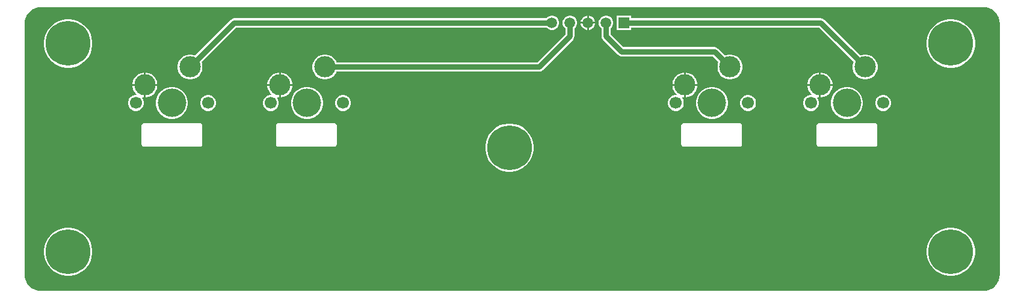
<source format=gtl>
G04*
G04 #@! TF.GenerationSoftware,Altium Limited,Altium Designer,22.3.1 (43)*
G04*
G04 Layer_Physical_Order=1*
G04 Layer_Color=255*
%FSLAX25Y25*%
%MOIN*%
G70*
G04*
G04 #@! TF.SameCoordinates,FA4DBF7D-5AA6-417A-B6B1-0F17FB98994D*
G04*
G04*
G04 #@! TF.FilePolarity,Positive*
G04*
G01*
G75*
%ADD17C,0.03000*%
%ADD18C,0.15748*%
%ADD19C,0.06693*%
%ADD20C,0.11811*%
%ADD21C,0.24803*%
%ADD22R,0.05906X0.05906*%
%ADD23C,0.05906*%
G36*
X664303Y238567D02*
X666038Y238041D01*
X667636Y237187D01*
X669037Y236037D01*
X670187Y234636D01*
X671041Y233038D01*
X671567Y231304D01*
X671738Y229564D01*
X671726Y229500D01*
Y90500D01*
X671738Y90436D01*
X671567Y88696D01*
X671041Y86962D01*
X670187Y85364D01*
X669037Y83963D01*
X667636Y82814D01*
X666038Y81959D01*
X664303Y81433D01*
X662564Y81262D01*
X662500Y81274D01*
X140500D01*
X140436Y81262D01*
X138697Y81433D01*
X136962Y81959D01*
X135364Y82814D01*
X133963Y83963D01*
X132814Y85364D01*
X131959Y86962D01*
X131476Y88555D01*
X131274Y152261D01*
Y229500D01*
X131262Y229564D01*
X131433Y231304D01*
X131959Y233038D01*
X132814Y234636D01*
X133963Y236037D01*
X135364Y237187D01*
X136962Y238041D01*
X138697Y238567D01*
X140436Y238738D01*
X140500Y238725D01*
X662500D01*
X662564Y238738D01*
X664303Y238567D01*
D02*
G37*
%LPC*%
G36*
X444020Y233953D02*
X444000D01*
Y230500D01*
X447453D01*
Y230520D01*
X447183Y231526D01*
X446663Y232427D01*
X445927Y233163D01*
X445026Y233683D01*
X444020Y233953D01*
D02*
G37*
G36*
X443000D02*
X442980D01*
X441974Y233683D01*
X441073Y233163D01*
X440337Y232427D01*
X439817Y231526D01*
X439547Y230520D01*
Y230500D01*
X443000D01*
Y233953D01*
D02*
G37*
G36*
X447453Y229500D02*
X444000D01*
Y226047D01*
X444020D01*
X445026Y226317D01*
X445927Y226837D01*
X446663Y227573D01*
X447183Y228474D01*
X447453Y229480D01*
Y229500D01*
D02*
G37*
G36*
X443000D02*
X439547D01*
Y229480D01*
X439817Y228474D01*
X440337Y227573D01*
X441073Y226837D01*
X441974Y226317D01*
X442980Y226047D01*
X443000D01*
Y229500D01*
D02*
G37*
G36*
X424020Y233953D02*
X422980D01*
X421974Y233683D01*
X421073Y233163D01*
X420459Y232549D01*
X247500D01*
X246525Y232355D01*
X245698Y231802D01*
X225736Y211841D01*
X225014Y212140D01*
X223680Y212405D01*
X222320D01*
X220986Y212140D01*
X219729Y211620D01*
X218598Y210864D01*
X217636Y209902D01*
X216880Y208771D01*
X216360Y207514D01*
X216094Y206180D01*
Y204820D01*
X216360Y203486D01*
X216880Y202229D01*
X217636Y201098D01*
X218598Y200136D01*
X219729Y199380D01*
X220986Y198860D01*
X222320Y198594D01*
X223680D01*
X225014Y198860D01*
X226271Y199380D01*
X227402Y200136D01*
X228364Y201098D01*
X229120Y202229D01*
X229640Y203486D01*
X229906Y204820D01*
Y206180D01*
X229640Y207514D01*
X229341Y208236D01*
X248556Y227451D01*
X420459D01*
X421073Y226837D01*
X421974Y226317D01*
X422980Y226047D01*
X424020D01*
X425026Y226317D01*
X425927Y226837D01*
X426663Y227573D01*
X427183Y228474D01*
X427453Y229480D01*
Y230520D01*
X427183Y231526D01*
X426663Y232427D01*
X425927Y233163D01*
X425026Y233683D01*
X424020Y233953D01*
D02*
G37*
G36*
X434020D02*
X432980D01*
X431974Y233683D01*
X431073Y233163D01*
X430337Y232427D01*
X429817Y231526D01*
X429547Y230520D01*
Y229480D01*
X429817Y228474D01*
X430337Y227573D01*
X430951Y226959D01*
Y223556D01*
X415444Y208049D01*
X304222D01*
X303923Y208771D01*
X303167Y209902D01*
X302205Y210864D01*
X301074Y211620D01*
X299817Y212140D01*
X298483Y212405D01*
X297123D01*
X295789Y212140D01*
X294532Y211620D01*
X293401Y210864D01*
X292439Y209902D01*
X291684Y208771D01*
X291163Y207514D01*
X290898Y206180D01*
Y204820D01*
X291163Y203486D01*
X291684Y202229D01*
X292439Y201098D01*
X293401Y200136D01*
X294532Y199380D01*
X295789Y198860D01*
X297123Y198594D01*
X298483D01*
X299817Y198860D01*
X301074Y199380D01*
X302205Y200136D01*
X303167Y201098D01*
X303923Y202229D01*
X304222Y202951D01*
X416500D01*
X417476Y203145D01*
X418302Y203698D01*
X435302Y220698D01*
X435855Y221525D01*
X436049Y222500D01*
Y226959D01*
X436663Y227573D01*
X437183Y228474D01*
X437453Y229480D01*
Y230520D01*
X437183Y231526D01*
X436663Y232427D01*
X435927Y233163D01*
X435026Y233683D01*
X434020Y233953D01*
D02*
G37*
G36*
X645571Y231902D02*
X643461D01*
X641378Y231572D01*
X639371Y230920D01*
X637492Y229962D01*
X635785Y228722D01*
X634294Y227231D01*
X633054Y225524D01*
X632096Y223644D01*
X631444Y221638D01*
X631114Y219555D01*
Y217445D01*
X631444Y215362D01*
X632096Y213356D01*
X633054Y211476D01*
X634294Y209770D01*
X635785Y208278D01*
X637492Y207038D01*
X639371Y206080D01*
X641378Y205428D01*
X643461Y205098D01*
X645571D01*
X647654Y205428D01*
X649660Y206080D01*
X651540Y207038D01*
X653246Y208278D01*
X654738Y209770D01*
X655978Y211476D01*
X656936Y213356D01*
X657587Y215362D01*
X657917Y217445D01*
Y219555D01*
X657587Y221638D01*
X656936Y223644D01*
X655978Y225524D01*
X654738Y227231D01*
X653246Y228722D01*
X651540Y229962D01*
X649660Y230920D01*
X647654Y231572D01*
X645571Y231902D01*
D02*
G37*
G36*
X156555D02*
X154445D01*
X152362Y231572D01*
X150356Y230920D01*
X148476Y229962D01*
X146769Y228722D01*
X145278Y227231D01*
X144038Y225524D01*
X143080Y223644D01*
X142428Y221638D01*
X142098Y219555D01*
Y217445D01*
X142428Y215362D01*
X143080Y213356D01*
X144038Y211476D01*
X145278Y209770D01*
X146769Y208278D01*
X148476Y207038D01*
X150356Y206080D01*
X152362Y205428D01*
X154445Y205098D01*
X156555D01*
X158638Y205428D01*
X160644Y206080D01*
X162524Y207038D01*
X164231Y208278D01*
X165722Y209770D01*
X166962Y211476D01*
X167920Y213356D01*
X168572Y215362D01*
X168902Y217445D01*
Y219555D01*
X168572Y221638D01*
X167920Y223644D01*
X166962Y225524D01*
X165722Y227231D01*
X164231Y228722D01*
X162524Y229962D01*
X160644Y230920D01*
X158638Y231572D01*
X156555Y231902D01*
D02*
G37*
G36*
X467453Y233953D02*
X459547D01*
Y226047D01*
X467453D01*
Y227451D01*
X571460D01*
X590675Y208236D01*
X590376Y207514D01*
X590110Y206180D01*
Y204820D01*
X590376Y203486D01*
X590896Y202229D01*
X591652Y201098D01*
X592614Y200136D01*
X593745Y199380D01*
X595002Y198860D01*
X596336Y198594D01*
X597696D01*
X599030Y198860D01*
X600287Y199380D01*
X601418Y200136D01*
X602380Y201098D01*
X603135Y202229D01*
X603656Y203486D01*
X603921Y204820D01*
Y206180D01*
X603656Y207514D01*
X603135Y208771D01*
X602380Y209902D01*
X601418Y210864D01*
X600287Y211620D01*
X599030Y212140D01*
X597696Y212405D01*
X596336D01*
X595002Y212140D01*
X594279Y211841D01*
X574318Y231802D01*
X573491Y232355D01*
X572516Y232549D01*
X467453D01*
Y233953D01*
D02*
G37*
G36*
X454020D02*
X452980D01*
X451974Y233683D01*
X451073Y233163D01*
X450337Y232427D01*
X449817Y231526D01*
X449547Y230520D01*
Y229480D01*
X449817Y228474D01*
X450337Y227573D01*
X450951Y226959D01*
Y222500D01*
X451145Y221525D01*
X451698Y220698D01*
X460198Y212198D01*
X461025Y211645D01*
X462000Y211451D01*
X512657D01*
X515871Y208236D01*
X515573Y207514D01*
X515307Y206180D01*
Y204820D01*
X515573Y203486D01*
X516093Y202229D01*
X516849Y201098D01*
X517811Y200136D01*
X518942Y199380D01*
X520198Y198860D01*
X521532Y198594D01*
X522893D01*
X524227Y198860D01*
X525484Y199380D01*
X526615Y200136D01*
X527576Y201098D01*
X528332Y202229D01*
X528853Y203486D01*
X529118Y204820D01*
Y206180D01*
X528853Y207514D01*
X528332Y208771D01*
X527576Y209902D01*
X526615Y210864D01*
X525484Y211620D01*
X524227Y212140D01*
X522893Y212405D01*
X521532D01*
X520198Y212140D01*
X519476Y211841D01*
X515515Y215802D01*
X514688Y216355D01*
X513713Y216549D01*
X463056D01*
X456049Y223556D01*
Y226959D01*
X456663Y227573D01*
X457183Y228474D01*
X457453Y229480D01*
Y230520D01*
X457183Y231526D01*
X456663Y232427D01*
X455927Y233163D01*
X455026Y233683D01*
X454020Y233953D01*
D02*
G37*
G36*
X572696Y202406D02*
X572516D01*
Y196000D01*
X578921D01*
Y196180D01*
X578656Y197514D01*
X578135Y198771D01*
X577380Y199902D01*
X576418Y200864D01*
X575287Y201620D01*
X574030Y202140D01*
X572696Y202406D01*
D02*
G37*
G36*
X571516D02*
X571336D01*
X570002Y202140D01*
X568745Y201620D01*
X567614Y200864D01*
X566652Y199902D01*
X565896Y198771D01*
X565376Y197514D01*
X565110Y196180D01*
Y196000D01*
X571516D01*
Y202406D01*
D02*
G37*
G36*
X497893D02*
X497713D01*
Y196000D01*
X504118D01*
Y196180D01*
X503853Y197514D01*
X503332Y198771D01*
X502576Y199902D01*
X501615Y200864D01*
X500484Y201620D01*
X499227Y202140D01*
X497893Y202406D01*
D02*
G37*
G36*
X496713D02*
X496532D01*
X495198Y202140D01*
X493942Y201620D01*
X492811Y200864D01*
X491849Y199902D01*
X491093Y198771D01*
X490573Y197514D01*
X490307Y196180D01*
Y196000D01*
X496713D01*
Y202406D01*
D02*
G37*
G36*
X273483D02*
X273303D01*
Y196000D01*
X279709D01*
Y196180D01*
X279443Y197514D01*
X278923Y198771D01*
X278167Y199902D01*
X277205Y200864D01*
X276074Y201620D01*
X274817Y202140D01*
X273483Y202406D01*
D02*
G37*
G36*
X272303D02*
X272123D01*
X270789Y202140D01*
X269532Y201620D01*
X268401Y200864D01*
X267439Y199902D01*
X266684Y198771D01*
X266163Y197514D01*
X265898Y196180D01*
Y196000D01*
X272303D01*
Y202406D01*
D02*
G37*
G36*
X198680D02*
X198500D01*
Y196000D01*
X204906D01*
Y196180D01*
X204640Y197514D01*
X204120Y198771D01*
X203364Y199902D01*
X202402Y200864D01*
X201271Y201620D01*
X200014Y202140D01*
X198680Y202406D01*
D02*
G37*
G36*
X197500D02*
X197320D01*
X195986Y202140D01*
X194729Y201620D01*
X193598Y200864D01*
X192636Y199902D01*
X191880Y198771D01*
X191360Y197514D01*
X191095Y196180D01*
Y196000D01*
X197500D01*
Y202406D01*
D02*
G37*
G36*
X578921Y195000D02*
X572516D01*
Y188594D01*
X572696D01*
X574030Y188860D01*
X575287Y189380D01*
X576418Y190136D01*
X577380Y191098D01*
X578135Y192229D01*
X578656Y193486D01*
X578921Y194820D01*
Y195000D01*
D02*
G37*
G36*
X571516D02*
X565110D01*
Y194820D01*
X565376Y193486D01*
X565896Y192229D01*
X566652Y191098D01*
X567403Y190347D01*
X567196Y189847D01*
X566443D01*
X565338Y189550D01*
X564347Y188978D01*
X563538Y188169D01*
X562965Y187178D01*
X562669Y186072D01*
Y184928D01*
X562965Y183822D01*
X563538Y182831D01*
X564347Y182022D01*
X565338Y181450D01*
X566443Y181154D01*
X567588D01*
X568693Y181450D01*
X569685Y182022D01*
X570494Y182831D01*
X571066Y183822D01*
X571362Y184928D01*
Y186072D01*
X571066Y187178D01*
X570494Y188169D01*
X570390Y188273D01*
X570636Y188734D01*
X571336Y188594D01*
X571516D01*
Y195000D01*
D02*
G37*
G36*
X504118D02*
X497713D01*
Y188594D01*
X497893D01*
X499227Y188860D01*
X500484Y189380D01*
X501615Y190136D01*
X502576Y191098D01*
X503332Y192229D01*
X503853Y193486D01*
X504118Y194820D01*
Y195000D01*
D02*
G37*
G36*
X496713D02*
X490307D01*
Y194820D01*
X490573Y193486D01*
X491093Y192229D01*
X491849Y191098D01*
X492600Y190347D01*
X492393Y189847D01*
X491640D01*
X490535Y189550D01*
X489544Y188978D01*
X488735Y188169D01*
X488162Y187178D01*
X487866Y186072D01*
Y184928D01*
X488162Y183822D01*
X488735Y182831D01*
X489544Y182022D01*
X490535Y181450D01*
X491640Y181154D01*
X492785D01*
X493890Y181450D01*
X494881Y182022D01*
X495691Y182831D01*
X496263Y183822D01*
X496559Y184928D01*
Y186072D01*
X496263Y187178D01*
X495691Y188169D01*
X495587Y188273D01*
X495833Y188734D01*
X496532Y188594D01*
X496713D01*
Y195000D01*
D02*
G37*
G36*
X279709D02*
X273303D01*
Y188594D01*
X273483D01*
X274817Y188860D01*
X276074Y189380D01*
X277205Y190136D01*
X278167Y191098D01*
X278923Y192229D01*
X279443Y193486D01*
X279709Y194820D01*
Y195000D01*
D02*
G37*
G36*
X272303D02*
X265898D01*
Y194820D01*
X266163Y193486D01*
X266684Y192229D01*
X267439Y191098D01*
X268191Y190347D01*
X267984Y189847D01*
X267231D01*
X266125Y189550D01*
X265134Y188978D01*
X264325Y188169D01*
X263753Y187178D01*
X263457Y186072D01*
Y184928D01*
X263753Y183822D01*
X264325Y182831D01*
X265134Y182022D01*
X266125Y181450D01*
X267231Y181154D01*
X268375D01*
X269481Y181450D01*
X270472Y182022D01*
X271281Y182831D01*
X271853Y183822D01*
X272150Y184928D01*
Y186072D01*
X271853Y187178D01*
X271281Y188169D01*
X271177Y188273D01*
X271423Y188734D01*
X272123Y188594D01*
X272303D01*
Y195000D01*
D02*
G37*
G36*
X204906D02*
X198500D01*
Y188594D01*
X198680D01*
X200014Y188860D01*
X201271Y189380D01*
X202402Y190136D01*
X203364Y191098D01*
X204120Y192229D01*
X204640Y193486D01*
X204906Y194820D01*
Y195000D01*
D02*
G37*
G36*
X197500D02*
X191095D01*
Y194820D01*
X191360Y193486D01*
X191880Y192229D01*
X192636Y191098D01*
X193388Y190347D01*
X193181Y189847D01*
X192428D01*
X191322Y189550D01*
X190331Y188978D01*
X189522Y188169D01*
X188950Y187178D01*
X188654Y186072D01*
Y184928D01*
X188950Y183822D01*
X189522Y182831D01*
X190331Y182022D01*
X191322Y181450D01*
X192428Y181154D01*
X193572D01*
X194678Y181450D01*
X195669Y182022D01*
X196478Y182831D01*
X197050Y183822D01*
X197346Y184928D01*
Y186072D01*
X197050Y187178D01*
X196478Y188169D01*
X196374Y188273D01*
X196620Y188734D01*
X197320Y188594D01*
X197500D01*
Y195000D01*
D02*
G37*
G36*
X607588Y189847D02*
X606444D01*
X605338Y189550D01*
X604347Y188978D01*
X603538Y188169D01*
X602965Y187178D01*
X602669Y186072D01*
Y184928D01*
X602965Y183822D01*
X603538Y182831D01*
X604347Y182022D01*
X605338Y181450D01*
X606444Y181154D01*
X607588D01*
X608693Y181450D01*
X609685Y182022D01*
X610494Y182831D01*
X611066Y183822D01*
X611362Y184928D01*
Y186072D01*
X611066Y187178D01*
X610494Y188169D01*
X609685Y188978D01*
X608693Y189550D01*
X607588Y189847D01*
D02*
G37*
G36*
X532785D02*
X531640D01*
X530535Y189550D01*
X529544Y188978D01*
X528735Y188169D01*
X528162Y187178D01*
X527866Y186072D01*
Y184928D01*
X528162Y183822D01*
X528735Y182831D01*
X529544Y182022D01*
X530535Y181450D01*
X531640Y181154D01*
X532785D01*
X533890Y181450D01*
X534881Y182022D01*
X535691Y182831D01*
X536263Y183822D01*
X536559Y184928D01*
Y186072D01*
X536263Y187178D01*
X535691Y188169D01*
X534881Y188978D01*
X533890Y189550D01*
X532785Y189847D01*
D02*
G37*
G36*
X308375D02*
X307231D01*
X306125Y189550D01*
X305134Y188978D01*
X304325Y188169D01*
X303753Y187178D01*
X303457Y186072D01*
Y184928D01*
X303753Y183822D01*
X304325Y182831D01*
X305134Y182022D01*
X306125Y181450D01*
X307231Y181154D01*
X308375D01*
X309481Y181450D01*
X310472Y182022D01*
X311281Y182831D01*
X311853Y183822D01*
X312150Y184928D01*
Y186072D01*
X311853Y187178D01*
X311281Y188169D01*
X310472Y188978D01*
X309481Y189550D01*
X308375Y189847D01*
D02*
G37*
G36*
X233572D02*
X232428D01*
X231322Y189550D01*
X230331Y188978D01*
X229522Y188169D01*
X228950Y187178D01*
X228654Y186072D01*
Y184928D01*
X228950Y183822D01*
X229522Y182831D01*
X230331Y182022D01*
X231322Y181450D01*
X232428Y181154D01*
X233572D01*
X234678Y181450D01*
X235669Y182022D01*
X236478Y182831D01*
X237050Y183822D01*
X237347Y184928D01*
Y186072D01*
X237050Y187178D01*
X236478Y188169D01*
X235669Y188978D01*
X234678Y189550D01*
X233572Y189847D01*
D02*
G37*
G36*
X587890Y194374D02*
X586142D01*
X584427Y194033D01*
X582812Y193364D01*
X581359Y192393D01*
X580123Y191157D01*
X579152Y189703D01*
X578483Y188088D01*
X578142Y186374D01*
Y184626D01*
X578483Y182912D01*
X579152Y181297D01*
X580123Y179843D01*
X581359Y178607D01*
X582812Y177636D01*
X584427Y176967D01*
X586142Y176626D01*
X587890D01*
X589604Y176967D01*
X591219Y177636D01*
X592673Y178607D01*
X593909Y179843D01*
X594880Y181297D01*
X595549Y182912D01*
X595890Y184626D01*
Y186374D01*
X595549Y188088D01*
X594880Y189703D01*
X593909Y191157D01*
X592673Y192393D01*
X591219Y193364D01*
X589604Y194033D01*
X587890Y194374D01*
D02*
G37*
G36*
X513087D02*
X511339D01*
X509624Y194033D01*
X508009Y193364D01*
X506556Y192393D01*
X505320Y191157D01*
X504349Y189703D01*
X503680Y188088D01*
X503339Y186374D01*
Y184626D01*
X503680Y182912D01*
X504349Y181297D01*
X505320Y179843D01*
X506556Y178607D01*
X508009Y177636D01*
X509624Y176967D01*
X511339Y176626D01*
X513087D01*
X514801Y176967D01*
X516416Y177636D01*
X517869Y178607D01*
X519105Y179843D01*
X520077Y181297D01*
X520746Y182912D01*
X521087Y184626D01*
Y186374D01*
X520746Y188088D01*
X520077Y189703D01*
X519105Y191157D01*
X517869Y192393D01*
X516416Y193364D01*
X514801Y194033D01*
X513087Y194374D01*
D02*
G37*
G36*
X288677D02*
X286929D01*
X285215Y194033D01*
X283600Y193364D01*
X282146Y192393D01*
X280910Y191157D01*
X279939Y189703D01*
X279270Y188088D01*
X278929Y186374D01*
Y184626D01*
X279270Y182912D01*
X279939Y181297D01*
X280910Y179843D01*
X282146Y178607D01*
X283600Y177636D01*
X285215Y176967D01*
X286929Y176626D01*
X288677D01*
X290392Y176967D01*
X292007Y177636D01*
X293460Y178607D01*
X294696Y179843D01*
X295667Y181297D01*
X296336Y182912D01*
X296677Y184626D01*
Y186374D01*
X296336Y188088D01*
X295667Y189703D01*
X294696Y191157D01*
X293460Y192393D01*
X292007Y193364D01*
X290392Y194033D01*
X288677Y194374D01*
D02*
G37*
G36*
X213874D02*
X212126D01*
X210412Y194033D01*
X208797Y193364D01*
X207343Y192393D01*
X206107Y191157D01*
X205136Y189703D01*
X204467Y188088D01*
X204126Y186374D01*
Y184626D01*
X204467Y182912D01*
X205136Y181297D01*
X206107Y179843D01*
X207343Y178607D01*
X208797Y177636D01*
X210412Y176967D01*
X212126Y176626D01*
X213874D01*
X215588Y176967D01*
X217203Y177636D01*
X218657Y178607D01*
X219893Y179843D01*
X220864Y181297D01*
X221533Y182912D01*
X221874Y184626D01*
Y186374D01*
X221533Y188088D01*
X220864Y189703D01*
X219893Y191157D01*
X218657Y192393D01*
X217203Y193364D01*
X215588Y194033D01*
X213874Y194374D01*
D02*
G37*
G36*
X602500Y174417D02*
X571500D01*
X571012Y174320D01*
X570599Y174044D01*
X570323Y173631D01*
X570225Y173143D01*
Y162500D01*
X570323Y162012D01*
X570599Y161599D01*
X571012Y161322D01*
X571500Y161225D01*
X602500D01*
X602988Y161322D01*
X603401Y161599D01*
X603678Y162012D01*
X603774Y162500D01*
Y173143D01*
X603678Y173631D01*
X603401Y174044D01*
X602988Y174320D01*
X602500Y174417D01*
D02*
G37*
G36*
X527500D02*
X496500D01*
X496012Y174320D01*
X495599Y174044D01*
X495323Y173631D01*
X495225Y173143D01*
Y162500D01*
X495323Y162012D01*
X495599Y161599D01*
X496012Y161322D01*
X496500Y161225D01*
X527500D01*
X527988Y161322D01*
X528401Y161599D01*
X528678Y162012D01*
X528774Y162500D01*
Y173143D01*
X528678Y173631D01*
X528401Y174044D01*
X527988Y174320D01*
X527500Y174417D01*
D02*
G37*
G36*
X303000Y174413D02*
X272000D01*
X271512Y174316D01*
X271099Y174040D01*
X270823Y173626D01*
X270725Y173138D01*
Y162500D01*
X270823Y162012D01*
X271099Y161599D01*
X271512Y161322D01*
X272000Y161225D01*
X303000D01*
X303488Y161322D01*
X303901Y161599D01*
X304177Y162012D01*
X304275Y162500D01*
Y173138D01*
X304177Y173626D01*
X303901Y174040D01*
X303488Y174316D01*
X303000Y174413D01*
D02*
G37*
G36*
X228500D02*
X197500D01*
X197012Y174316D01*
X196599Y174040D01*
X196323Y173626D01*
X196226Y173138D01*
Y162500D01*
X196323Y162012D01*
X196599Y161599D01*
X197012Y161322D01*
X197500Y161225D01*
X228500D01*
X228988Y161322D01*
X229401Y161599D01*
X229678Y162012D01*
X229774Y162500D01*
Y173138D01*
X229678Y173626D01*
X229401Y174040D01*
X228988Y174316D01*
X228500Y174413D01*
D02*
G37*
G36*
X401063Y174152D02*
X398953D01*
X396870Y173822D01*
X394864Y173170D01*
X392984Y172212D01*
X391277Y170972D01*
X389786Y169481D01*
X388546Y167774D01*
X387588Y165894D01*
X386936Y163888D01*
X386606Y161805D01*
Y159695D01*
X386936Y157612D01*
X387588Y155606D01*
X388546Y153726D01*
X389786Y152020D01*
X391277Y150528D01*
X392984Y149288D01*
X394864Y148330D01*
X396870Y147678D01*
X398953Y147348D01*
X401063D01*
X403146Y147678D01*
X405152Y148330D01*
X407032Y149288D01*
X408738Y150528D01*
X410230Y152020D01*
X411470Y153726D01*
X412428Y155606D01*
X413079Y157612D01*
X413409Y159695D01*
Y161805D01*
X413079Y163888D01*
X412428Y165894D01*
X411470Y167774D01*
X410230Y169481D01*
X408738Y170972D01*
X407032Y172212D01*
X405152Y173170D01*
X403146Y173822D01*
X401063Y174152D01*
D02*
G37*
G36*
X645571Y116402D02*
X643461D01*
X641378Y116072D01*
X639371Y115420D01*
X637492Y114462D01*
X635785Y113222D01*
X634294Y111731D01*
X633054Y110024D01*
X632096Y108144D01*
X631444Y106138D01*
X631114Y104055D01*
Y101945D01*
X631444Y99862D01*
X632096Y97856D01*
X633054Y95976D01*
X634294Y94270D01*
X635785Y92778D01*
X637492Y91538D01*
X639371Y90580D01*
X641378Y89928D01*
X643461Y89598D01*
X645571D01*
X647654Y89928D01*
X649660Y90580D01*
X651540Y91538D01*
X653246Y92778D01*
X654738Y94270D01*
X655978Y95976D01*
X656936Y97856D01*
X657587Y99862D01*
X657917Y101945D01*
Y104055D01*
X657587Y106138D01*
X656936Y108144D01*
X655978Y110024D01*
X654738Y111731D01*
X653246Y113222D01*
X651540Y114462D01*
X649660Y115420D01*
X647654Y116072D01*
X645571Y116402D01*
D02*
G37*
G36*
X156555D02*
X154445D01*
X152362Y116072D01*
X150356Y115420D01*
X148476Y114462D01*
X146769Y113222D01*
X145278Y111731D01*
X144038Y110024D01*
X143080Y108144D01*
X142428Y106138D01*
X142098Y104055D01*
Y101945D01*
X142428Y99862D01*
X143080Y97856D01*
X144038Y95976D01*
X145278Y94270D01*
X146769Y92778D01*
X148476Y91538D01*
X150356Y90580D01*
X152362Y89928D01*
X154445Y89598D01*
X156555D01*
X158638Y89928D01*
X160644Y90580D01*
X162524Y91538D01*
X164231Y92778D01*
X165722Y94270D01*
X166962Y95976D01*
X167920Y97856D01*
X168572Y99862D01*
X168902Y101945D01*
Y104055D01*
X168572Y106138D01*
X167920Y108144D01*
X166962Y110024D01*
X165722Y111731D01*
X164231Y113222D01*
X162524Y114462D01*
X160644Y115420D01*
X158638Y116072D01*
X156555Y116402D01*
D02*
G37*
%LPD*%
D17*
X453500Y222500D02*
X462000Y214000D01*
X453500Y222500D02*
Y230000D01*
X462000Y214000D02*
X513713D01*
X297803Y205500D02*
X416500D01*
X433500Y222500D02*
Y230000D01*
X416500Y205500D02*
X433500Y222500D01*
X513713Y214000D02*
X522213Y205500D01*
X463500Y230000D02*
X572516D01*
X597016Y205500D01*
X223000D02*
X247500Y230000D01*
X423500D01*
D18*
X213000Y185500D02*
D03*
X287803D02*
D03*
X512213D02*
D03*
X587016D02*
D03*
D19*
X193000D02*
D03*
X233000D02*
D03*
X267803D02*
D03*
X307803D02*
D03*
X492213D02*
D03*
X532213D02*
D03*
X567016D02*
D03*
X607016D02*
D03*
D20*
X198000Y195500D02*
D03*
X223000Y205500D02*
D03*
X272803Y195500D02*
D03*
X297803Y205500D02*
D03*
X497213Y195500D02*
D03*
X522213Y205500D02*
D03*
X572016Y195500D02*
D03*
X597016Y205500D02*
D03*
D21*
X644516Y103000D02*
D03*
Y218500D02*
D03*
X155500Y103000D02*
D03*
Y218500D02*
D03*
X400008Y160750D02*
D03*
D22*
X463500Y230000D02*
D03*
D23*
X453500D02*
D03*
X443500D02*
D03*
X433500D02*
D03*
X423500D02*
D03*
M02*

</source>
